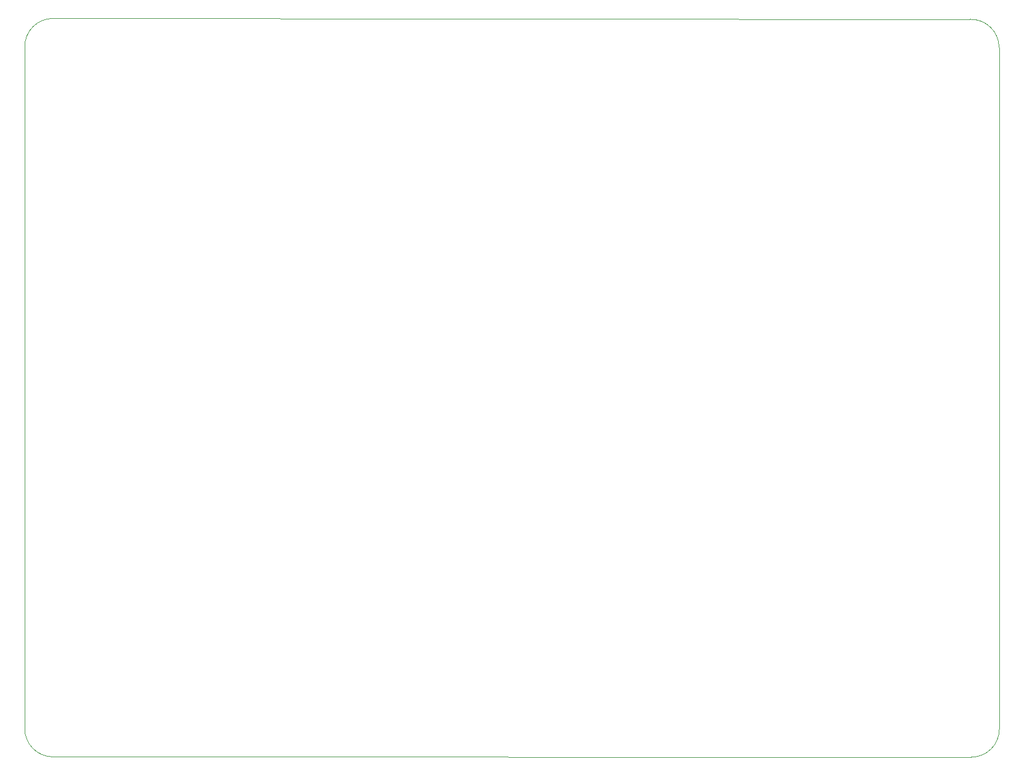
<source format=gm1>
G04 #@! TF.GenerationSoftware,KiCad,Pcbnew,(6.0.7)*
G04 #@! TF.CreationDate,2023-03-20T22:10:27-05:00*
G04 #@! TF.ProjectId,ScienceMotorController,53636965-6e63-4654-9d6f-746f72436f6e,rev?*
G04 #@! TF.SameCoordinates,Original*
G04 #@! TF.FileFunction,Profile,NP*
%FSLAX46Y46*%
G04 Gerber Fmt 4.6, Leading zero omitted, Abs format (unit mm)*
G04 Created by KiCad (PCBNEW (6.0.7)) date 2023-03-20 22:10:27*
%MOMM*%
%LPD*%
G01*
G04 APERTURE LIST*
G04 #@! TA.AperFunction,Profile*
%ADD10C,0.100000*%
G04 #@! TD*
G04 #@! TA.AperFunction,Profile*
%ADD11C,0.050000*%
G04 #@! TD*
G04 APERTURE END LIST*
D10*
X213788318Y-138096318D02*
G75*
G03*
X217852318Y-134032318I-18J4064018D01*
G01*
D11*
X81534000Y-31623000D02*
X213614000Y-31750001D01*
X217806983Y-35814000D02*
X217852318Y-134032318D01*
D10*
X81534000Y-31623000D02*
G75*
G03*
X77470000Y-35687000I0J-4064000D01*
G01*
X77470000Y-35687000D02*
X77470000Y-133985000D01*
D11*
X213788318Y-138096318D02*
X81534000Y-138049000D01*
X217806983Y-35814000D02*
G75*
G03*
X213614000Y-31750001I-4065983J0D01*
G01*
D10*
X77470000Y-133985000D02*
G75*
G03*
X81534000Y-138049000I4064000J0D01*
G01*
M02*

</source>
